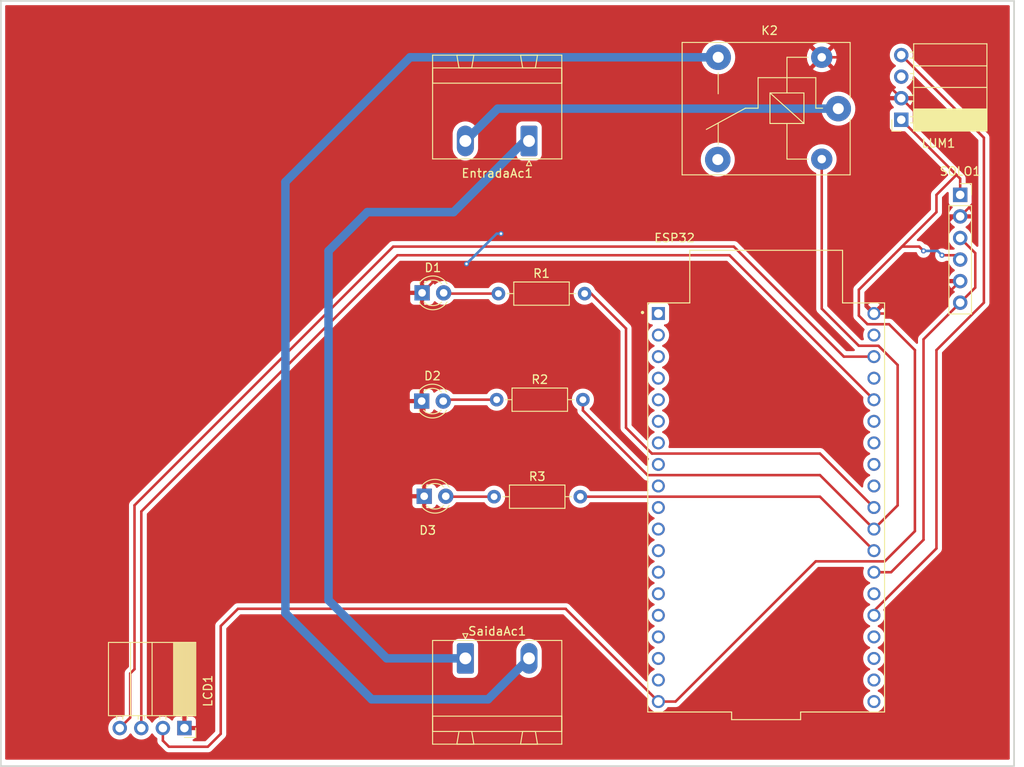
<source format=kicad_pcb>
(kicad_pcb (version 20240108) (generator "pcbnew") (generator_version "8.0")
  (layers (0 "F.Cu" signal) (31 "B.Cu" signal) (34 "B.Paste" user) (35 "F.Paste" user) (36 "B.SilkS" user "B.Silkscreen") (37 "F.SilkS" user "F.Silkscreen") (38 "B.Mask" user) (39 "F.Mask" user) (44 "Edge.Cuts" user))
  (net 0 "")
  (net 1 "GND")
  (net 2 "Net-(D1-A)")
  (net 3 "Net-(D2-A)")
  (net 4 "Net-(D3-A)")
  (net 5 "Earth")
  (net 6 "220V")
  (net 7 "L_AMARE")
  (net 8 "SDA")
  (net 12 "Net-(ESP32-IO2)")
  (net 15 "Net-(ESP32-IO4)")
  (net 20 "L_VERDE")
  (net 30 "VCC")
  (net 35 "SCL")
  (net 40 "L_VERM")
  (net 45 "Net-(SaidaAc1-Pin_2)")
  (footprint "Resistor_THT:R_Axial_DIN0207_L6.3mm_D2.5mm_P10.16mm_Horizontal" (layer "F.Cu") (at 133.604 100.076)
    (property "Reference" "R2" (at 5.08 -2.37 0) (layer "F.SilkS"))
    (property "Value" "450R")
    (fp_line (start 1.04 0) (end 1.81 0) (stroke (width 0.12)) (layer "F.SilkS"))
    (fp_line (start 1.81 -1.37) (end 1.81 1.37) (stroke (width 0.12)) (layer "F.SilkS"))
    (fp_line (start 1.81 1.37) (end 8.35 1.37) (stroke (width 0.12)) (layer "F.SilkS"))
    (fp_line (start 8.35 -1.37) (end 1.81 -1.37) (stroke (width 0.12)) (layer "F.SilkS"))
    (fp_line (start 8.35 1.37) (end 8.35 -1.37) (stroke (width 0.12)) (layer "F.SilkS"))
    (fp_line (start 9.12 0) (end 8.35 0) (stroke (width 0.12)) (layer "F.SilkS"))
    (pad "1" thru_hole circle (at 0 0) (size 1.6 1.6) (drill 0.8) (layers "*.Cu" "*.Mask") (net 3 "Net-(D2-A)"))
    (pad "2" thru_hole oval (at 10.16 0) (size 1.6 1.6) (drill 0.8) (layers "*.Cu" "*.Mask") (net 40 "L_VERM"))
  )
  (footprint "Connector_Phoenix_GMSTB:PhoenixContact_GMSTBA_2,5_2-G_1x02_P7.50mm_Horizontal" (layer "F.Cu") (at 129.914 130.556)
    (property "Reference" "SaidaAc1" (at 3.75 -3.2 0) (layer "F.SilkS"))
    (property "Value" "Conn_01x02_Pin")
    (fp_line (start -3.86 -2.11) (end -3.86 10.11) (stroke (width 0.12)) (layer "F.SilkS"))
    (fp_line (start -3.86 6.81) (end 11.36 6.81) (stroke (width 0.12)) (layer "F.SilkS"))
    (fp_line (start -3.86 8.61) (end -3.86 6.81) (stroke (width 0.12)) (layer "F.SilkS"))
    (fp_line (start -3.86 10.11) (end 11.36 10.11) (stroke (width 0.12)) (layer "F.SilkS"))
    (fp_line (start -1 10.11) (end 1 10.11) (stroke (width 0.12)) (layer "F.SilkS"))
    (fp_line (start -0.75 8.61) (end -1 10.11) (stroke (width 0.12)) (layer "F.SilkS"))
    (fp_line (start -0.3 -2.91) (end 0.3 -2.91) (stroke (width 0.12)) (layer "F.SilkS"))
    (fp_line (start 0 -2.31) (end -0.3 -2.91) (stroke (width 0.12)) (layer "F.SilkS"))
    (fp_line (start 0.3 -2.91) (end 0 -2.31) (stroke (width 0.12)) (layer "F.SilkS"))
    (fp_line (start 0.75 8.61) (end -0.75 8.61) (stroke (width 0.12)) (layer "F.SilkS"))
    (fp_line (start 1 10.11) (end 0.75 8.61) (stroke (width 0.12)) (layer "F.SilkS"))
    (fp_line (start 6.5 10.11) (end 8.5 10.11) (stroke (width 0.12)) (layer "F.SilkS"))
    (fp_line (start 6.75 8.61) (end 6.5 10.11) (stroke (width 0.12)) (layer "F.SilkS"))
    (fp_line (start 8.25 8.61) (end 6.75 8.61) (stroke (width 0.12)) (layer "F.SilkS"))
    (fp_line (start 8.5 10.11) (end 8.25 8.61) (stroke (width 0.12)) (layer "F.SilkS"))
    (fp_line (start 11.36 -2.11) (end -3.86 -2.11) (stroke (width 0.12)) (layer "F.SilkS"))
    (fp_line (start 11.36 6.81) (end 11.36 8.61) (stroke (width 0.12)) (layer "F.SilkS"))
    (fp_line (start 11.36 8.61) (end -3.86 8.61) (stroke (width 0.12)) (layer "F.SilkS"))
    (fp_line (start 11.36 10.11) (end 11.36 -2.11) (stroke (width 0.12)) (layer "F.SilkS"))
    (pad "1" thru_hole roundrect (at 0 0) (size 2 3.6) (drill 1.4) (layers "*.Cu" "*.Mask") (roundrect_rratio 0.125) (net 5 "Earth"))
    (pad "2" thru_hole oval (at 7.5 0) (size 2 3.6) (drill 1.4) (layers "*.Cu" "*.Mask") (net 45 "Net-(SaidaAc1-Pin_2)"))
  )
  (footprint "Connector_Phoenix_GMSTB:PhoenixContact_GMSTBA_2,5_2-G_1x02_P7.50mm_Horizontal" (layer "F.Cu") (at 137.414 69.596 180)
    (property "Reference" "EntradaAc1" (at 3.75 -3.81 0) (layer "F.SilkS"))
    (property "Value" "Conn_01x02_Pin")
    (fp_line (start 11.36 10.11) (end 11.36 -2.11) (stroke (width 0.12)) (layer "F.SilkS"))
    (fp_line (start 11.36 8.61) (end -3.86 8.61) (stroke (width 0.12)) (layer "F.SilkS"))
    (fp_line (start 11.36 6.81) (end 11.36 8.61) (stroke (width 0.12)) (layer "F.SilkS"))
    (fp_line (start 11.36 -2.11) (end -3.86 -2.11) (stroke (width 0.12)) (layer "F.SilkS"))
    (fp_line (start 8.5 10.11) (end 8.25 8.61) (stroke (width 0.12)) (layer "F.SilkS"))
    (fp_line (start 8.25 8.61) (end 6.75 8.61) (stroke (width 0.12)) (layer "F.SilkS"))
    (fp_line (start 6.75 8.61) (end 6.5 10.11) (stroke (width 0.12)) (layer "F.SilkS"))
    (fp_line (start 6.5 10.11) (end 8.5 10.11) (stroke (width 0.12)) (layer "F.SilkS"))
    (fp_line (start 1 10.11) (end 0.75 8.61) (stroke (width 0.12)) (layer "F.SilkS"))
    (fp_line (start 0.75 8.61) (end -0.75 8.61) (stroke (width 0.12)) (layer "F.SilkS"))
    (fp_line (start 0.3 -2.91) (end 0 -2.31) (stroke (width 0.12)) (layer "F.SilkS"))
    (fp_line (start 0 -2.31) (end -0.3 -2.91) (stroke (width 0.12)) (layer "F.SilkS"))
    (fp_line (start -0.3 -2.91) (end 0.3 -2.91) (stroke (width 0.12)) (layer "F.SilkS"))
    (fp_line (start -0.75 8.61) (end -1 10.11) (stroke (width 0.12)) (layer "F.SilkS"))
    (fp_line (start -1 10.11) (end 1 10.11) (stroke (width 0.12)) (layer "F.SilkS"))
    (fp_line (start -3.86 10.11) (end 11.36 10.11) (stroke (width 0.12)) (layer "F.SilkS"))
    (fp_line (start -3.86 8.61) (end -3.86 6.81) (stroke (width 0.12)) (layer "F.SilkS"))
    (fp_line (start -3.86 6.81) (end 11.36 6.81) (stroke (width 0.12)) (layer "F.SilkS"))
    (fp_line (start -3.86 -2.11) (end -3.86 10.11) (stroke (width 0.12)) (layer "F.SilkS"))
    (pad "1" thru_hole roundrect (at 0 0 180) (size 2 3.6) (drill 1.4) (layers "*.Cu" "*.Mask") (roundrect_rratio 0.125) (net 5 "Earth"))
    (pad "2" thru_hole oval (at 7.5 0 180) (size 2 3.6) (drill 1.4) (layers "*.Cu" "*.Mask") (net 6 "220V"))
  )
  (footprint "Connector_PinSocket_2.54mm:PinSocket_1x06_P2.54mm_Vertical" (layer "F.Cu") (at 188.214 75.946)
    (property "Reference" "SOLO1" (at 0 -2.77 0) (layer "F.SilkS"))
    (property "Value" "Conn_01x06_Socket")
    (fp_line (start -1.33 1.27) (end -1.33 14.03) (stroke (width 0.12)) (layer "F.SilkS"))
    (fp_line (start -1.33 1.27) (end 1.33 1.27) (stroke (width 0.12)) (layer "F.SilkS"))
    (fp_line (start -1.33 14.03) (end 1.33 14.03) (stroke (width 0.12)) (layer "F.SilkS"))
    (fp_line (start 0 -1.33) (end 1.33 -1.33) (stroke (width 0.12)) (layer "F.SilkS"))
    (fp_line (start 1.33 -1.33) (end 1.33 0) (stroke (width 0.12)) (layer "F.SilkS"))
    (fp_line (start 1.33 1.27) (end 1.33 14.03) (stroke (width 0.12)) (layer "F.SilkS"))
    (pad "1" thru_hole rect (at 0 0) (size 1.7 1.7) (drill 1) (layers "*.Cu" "*.Mask") (net 30 "VCC"))
    (pad "2" thru_hole oval (at 0 2.54) (size 1.7 1.7) (drill 1) (layers "*.Cu" "*.Mask") (net 1 "GND"))
    (pad "3" thru_hole oval (at 0 5.08) (size 1.7 1.7) (drill 1) (layers "*.Cu" "*.Mask") (net 15 "Net-(ESP32-IO4)"))
    (pad "4" thru_hole oval (at 0 7.62) (size 1.7 1.7) (drill 1) (layers "*.Cu" "*.Mask") (net 30 "VCC"))
    (pad "5" thru_hole oval (at 0 10.16) (size 1.7 1.7) (drill 1) (layers "*.Cu" "*.Mask") (net 1 "GND"))
    (pad "6" thru_hole oval (at 0 12.7) (size 1.7 1.7) (drill 1) (layers "*.Cu" "*.Mask") (net 15 "Net-(ESP32-IO4)"))
  )
  (footprint "Connector_PinSocket_2.54mm:PinSocket_1x04_P2.54mm_Horizontal" (layer "F.Cu") (at 181.274 67.096 180)
    (property "Reference" "LUM1" (at -4.38 -2.77 0) (layer "F.SilkS"))
    (property "Value" "Conn_01x04_Socket")
    (fp_line (start 1.11 -1.33) (end 1.11 0) (stroke (width 0.12)) (layer "F.SilkS"))
    (fp_line (start 0 -1.33) (end 1.11 -1.33) (stroke (width 0.12)) (layer "F.SilkS"))
    (fp_line (start -1.46 7.98) (end -1.05 7.98) (stroke (width 0.12)) (layer "F.SilkS"))
    (fp_line (start -1.46 7.26) (end -1.05 7.26) (stroke (width 0.12)) (layer "F.SilkS"))
    (fp_line (start -1.46 5.44) (end -1.05 5.44) (stroke (width 0.12)) (layer "F.SilkS"))
    (fp_line (start -1.46 4.72) (end -1.05 4.72) (stroke (width 0.12)) (layer "F.SilkS"))
    (fp_line (start -1.46 2.9) (end -1.05 2.9) (stroke (width 0.12)) (layer "F.SilkS"))
    (fp_line (start -1.46 2.18) (end -1.05 2.18) (stroke (width 0.12)) (layer "F.SilkS"))
    (fp_line (start -1.46 0.36) (end -1.11 0.36) (stroke (width 0.12)) (layer "F.SilkS"))
    (fp_line (start -1.46 -0.36) (end -1.11 -0.36) (stroke (width 0.12)) (layer "F.SilkS"))
    (fp_line (start -1.46 -1.33) (end -1.46 8.95) (stroke (width 0.12)) (layer "F.SilkS"))
    (fp_line (start -10.09 8.95) (end -1.46 8.95) (stroke (width 0.12)) (layer "F.SilkS"))
    (fp_line (start -10.09 6.35) (end -1.46 6.35) (stroke (width 0.12)) (layer "F.SilkS"))
    (fp_line (start -10.09 3.81) (end -1.46 3.81) (stroke (width 0.12)) (layer "F.SilkS"))
    (fp_line (start -10.09 1.27) (end -1.46 1.27) (stroke (width 0.12)) (layer "F.SilkS"))
    (fp_line (start -10.09 1.1519) (end -1.46 1.1519) (stroke (width 0.12)) (layer "F.SilkS"))
    (fp_line (start -10.09 1.033805) (end -1.46 1.033805) (stroke (width 0.12)) (layer "F.SilkS"))
    (fp_line (start -10.09 0.91571) (end -1.46 0.91571) (stroke (width 0.12)) (layer "F.SilkS"))
    (fp_line (start -10.09 0.797615) (end -1.46 0.797615) (stroke (width 0.12)) (layer "F.SilkS"))
    (fp_line (start -10.09 0.67952) (end -1.46 0.67952) (stroke (width 0.12)) (layer "F.SilkS"))
    (fp_line (start -10.09 0.561425) (end -1.46 0.561425) (stroke (width 0.12)) (layer "F.SilkS"))
    (fp_line (start -10.09 0.44333) (end -1.46 0.44333) (stroke (width 0.12)) (layer "F.SilkS"))
    (fp_line (start -10.09 0.325235) (end -1.46 0.325235) (stroke (width 0.12)) (layer "F.SilkS"))
    (fp_line (start -10.09 0.20714) (end -1.46 0.20714) (stroke (width 0.12)) (layer "F.SilkS"))
    (fp_line (start -10.09 0.089045) (end -1.46 0.089045) (stroke (width 0.12)) (layer "F.SilkS"))
    (fp_line (start -10.09 -0.02905) (end -1.46 -0.02905) (stroke (width 0.12)) (layer "F.SilkS"))
    (fp_line (start -10.09 -0.147145) (end -1.46 -0.147145) (stroke (width 0.12)) (layer "F.SilkS"))
    (fp_line (start -10.09 -0.26524) (end -1.46 -0.26524) (stroke (width 0.12)) (layer "F.SilkS"))
    (fp_line (start -10.09 -0.383335) (end -1.46 -0.383335) (stroke (width 0.12)) (layer "F.SilkS"))
    (fp_line (start -10.09 -0.50143) (end -1.46 -0.50143) (stroke (width 0.12)) (layer "F.SilkS"))
    (fp_line (start -10.09 -0.619525) (end -1.46 -0.619525) (stroke (width 0.12)) (layer "F.SilkS"))
    (fp_line (start -10.09 -0.73762) (end -1.46 -0.73762) (stroke (width 0.12)) (layer "F.SilkS"))
    (fp_line (start -10.09 -0.855715) (end -1.46 -0.855715) (stroke (width 0.12)) (layer "F.SilkS"))
    (fp_line (start -10.09 -0.97381) (end -1.46 -0.97381) (stroke (width 0.12)) (layer "F.SilkS"))
    (fp_line (start -10.09 -1.091905) (end -1.46 -1.091905) (stroke (width 0.12)) (layer "F.SilkS"))
    (fp_line (start -10.09 -1.21) (end -1.46 -1.21) (stroke (width 0.12)) (layer "F.SilkS"))
    (fp_line (start -10.09 -1.33) (end -1.46 -1.33) (stroke (width 0.12)) (layer "F.SilkS"))
    (fp_line (start -10.09 -1.33) (end -10.09 8.95) (stroke (width 0.12)) (layer "F.SilkS"))
    (pad "1" thru_hole rect (at 0 0 180) (size 1.7 1.7) (drill 1) (layers "*.Cu" "*.Mask") (net 30 "VCC"))
    (pad "2" thru_hole oval (at 0 2.54 180) (size 1.7 1.7) (drill 1) (layers "*.Cu" "*.Mask") (net 1 "GND"))
    (pad "3" thru_hole oval (at 0 5.08 180) (size 1.7 1.7) (drill 1) (layers "*.Cu" "*.Mask"))
    (pad "4" thru_hole oval (at 0 7.62 180) (size 1.7 1.7) (drill 1) (layers "*.Cu" "*.Mask") (net 12 "Net-(ESP32-IO2)"))
  )
  (footprint "LED_THT:LED_D3.0mm" (layer "F.Cu") (at 125.0646 111.4552)
    (property "Reference" "D3" (at 0.4114 4.0132 0) (layer "F.SilkS"))
    (property "Value" "AMARE")
    (fp_line (start -0.29 -1.236) (end -0.29 -1.08) (stroke (width 0.12)) (layer "F.SilkS"))
    (fp_line (start -0.29 1.08) (end -0.29 1.236) (stroke (width 0.12)) (layer "F.SilkS"))
    (fp_arc (start -0.29 -1.235516) (mid 1.366487 -1.987659) (end 2.942335 -1.078608) (stroke (width 0.12)) (layer "F.SilkS"))
    (fp_arc (start 0.229039 -1.08) (mid 1.270117 -1.5) (end 2.31113 -1.079837) (stroke (width 0.12)) (layer "F.SilkS"))
    (fp_arc (start 2.31113 1.079837) (mid 1.270117 1.5) (end 0.229039 1.08) (stroke (width 0.12)) (layer "F.SilkS"))
    (fp_arc (start 2.942335 1.078608) (mid 1.366487 1.987659) (end -0.29 1.235516) (stroke (width 0.12)) (layer "F.SilkS"))
    (pad "1" thru_hole rect (at 0 0) (size 1.8 1.8) (drill 0.9) (layers "*.Cu" "*.Mask") (net 1 "GND"))
    (pad "2" thru_hole circle (at 2.54 0) (size 1.8 1.8) (drill 0.9) (layers "*.Cu" "*.Mask") (net 4 "Net-(D3-A)"))
  )
  (footprint "LED_THT:LED_D3.0mm" (layer "F.Cu") (at 124.7648 100.242)
    (property "Reference" "D2" (at 1.27 -2.96 0) (layer "F.SilkS"))
    (property "Value" "VERM")
    (fp_line (start -0.29 -1.236) (end -0.29 -1.08) (stroke (width 0.12)) (layer "F.SilkS"))
    (fp_line (start -0.29 1.08) (end -0.29 1.236) (stroke (width 0.12)) (layer "F.SilkS"))
    (fp_arc (start -0.29 -1.235516) (mid 1.366487 -1.987659) (end 2.942335 -1.078608) (stroke (width 0.12)) (layer "F.SilkS"))
    (fp_arc (start 0.229039 -1.08) (mid 1.270117 -1.5) (end 2.31113 -1.079837) (stroke (width 0.12)) (layer "F.SilkS"))
    (fp_arc (start 2.31113 1.079837) (mid 1.270117 1.5) (end 0.229039 1.08) (stroke (width 0.12)) (layer "F.SilkS"))
    (fp_arc (start 2.942335 1.078608) (mid 1.366487 1.987659) (end -0.29 1.235516) (stroke (width 0.12)) (layer "F.SilkS"))
    (pad "1" thru_hole rect (at 0 0) (size 1.8 1.8) (drill 0.9) (layers "*.Cu" "*.Mask") (net 1 "GND"))
    (pad "2" thru_hole circle (at 2.54 0) (size 1.8 1.8) (drill 0.9) (layers "*.Cu" "*.Mask") (net 3 "Net-(D2-A)"))
  )
  (footprint "Connector_PinSocket_2.54mm:PinSocket_1x04_P2.54mm_Horizontal" (layer "F.Cu") (at 96.814 138.766 -90)
    (property "Reference" "LCD1" (at -4.38 -2.77 90) (layer "F.SilkS"))
    (property "Value" "Conn_01x04_Socket")
    (fp_line (start -10.09 8.95) (end -1.46 8.95) (stroke (width 0.12)) (layer "F.SilkS"))
    (fp_line (start -1.46 7.98) (end -1.05 7.98) (stroke (width 0.12)) (layer "F.SilkS"))
    (fp_line (start -1.46 7.26) (end -1.05 7.26) (stroke (width 0.12)) (layer "F.SilkS"))
    (fp_line (start -10.09 6.35) (end -1.46 6.35) (stroke (width 0.12)) (layer "F.SilkS"))
    (fp_line (start -1.46 5.44) (end -1.05 5.44) (stroke (width 0.12)) (layer "F.SilkS"))
    (fp_line (start -1.46 4.72) (end -1.05 4.72) (stroke (width 0.12)) (layer "F.SilkS"))
    (fp_line (start -10.09 3.81) (end -1.46 3.81) (stroke (width 0.12)) (layer "F.SilkS"))
    (fp_line (start -1.46 2.9) (end -1.05 2.9) (stroke (width 0.12)) (layer "F.SilkS"))
    (fp_line (start -1.46 2.18) (end -1.05 2.18) (stroke (width 0.12)) (layer "F.SilkS"))
    (fp_line (start -10.09 1.27) (end -1.46 1.27) (stroke (width 0.12)) (layer "F.SilkS"))
    (fp_line (start -10.09 1.1519) (end -1.46 1.1519) (stroke (width 0.12)) (layer "F.SilkS"))
    (fp_line (start -10.09 1.033805) (end -1.46 1.033805) (stroke (width 0.12)) (layer "F.SilkS"))
    (fp_line (start -10.09 0.91571) (end -1.46 0.91571) (stroke (width 0.12)) (layer "F.SilkS"))
    (fp_line (start -10.09 0.797615) (end -1.46 0.797615) (stroke (width 0.12)) (layer "F.SilkS"))
    (fp_line (start -10.09 0.67952) (end -1.46 0.67952) (stroke (width 0.12)) (layer "F.SilkS"))
    (fp_line (start -10.09 0.561425) (end -1.46 0.561425) (stroke (width 0.12)) (layer "F.SilkS"))
    (fp_line (start -10.09 0.44333) (end -1.46 0.44333) (stroke (width 0.12)) (layer "F.SilkS"))
    (fp_line (start -1.46 0.36) (end -1.11 0.36) (stroke (width 0.12)) (layer "F.SilkS"))
    (fp_line (start -10.09 0.325235) (end -1.46 0.325235) (stroke (width 0.12)) (layer "F.SilkS"))
    (fp_line (start -10.09 0.20714) (end -1.46 0.20714) (stroke (width 0.12)) (layer "F.SilkS"))
    (fp_line (start -10.09 0.089045) (end -1.46 0.089045) (stroke (width 0.12)) (layer "F.SilkS"))
    (fp_line (start -10.09 -0.02905) (end -1.46 -0.02905) (stroke (width 0.12)) (layer "F.SilkS"))
    (fp_line (start -10.09 -0.147145) (end -1.46 -0.147145) (stroke (width 0.12)) (layer "F.SilkS"))
    (fp_line (start -10.09 -0.26524) (end -1.46 -0.26524) (stroke (width 0.12)) (layer "F.SilkS"))
    (fp_line (start -1.46 -0.36) (end -1.11 -0.36) (stroke (width 0.12)) (layer "F.SilkS"))
    (fp_line (start -10.09 -0.383335) (end -1.46 -0.383335) (stroke (width 0.12)) (layer "F.SilkS"))
    (fp_line (start -10.09 -0.50143) (end -1.46 -0.50143) (stroke (width 0.12)) (layer "F.SilkS"))
    (fp_line (start -10.09 -0.619525) (end -1.46 -0.619525) (stroke (width 0.12)) (layer "F.SilkS"))
    (fp_line (start -10.09 -0.73762) (end -1.46 -0.73762) (stroke (width 0.12)) (layer "F.SilkS"))
    (fp_line (start -10.09 -0.855715) (end -1.46 -0.855715) (stroke (width 0.12)) (layer "F.SilkS"))
    (fp_line (start -10.09 -0.97381) (end -1.46 -0.97381) (stroke (width 0.12)) (layer "F.SilkS"))
    (fp_line (start -10.09 -1.091905) (end -1.46 -1.091905) (stroke (width 0.12)) (layer "F.SilkS"))
    (fp_line (start -10.09 -1.21) (end -1.46 -1.21) (stroke (width 0.12)) (layer "F.SilkS"))
    (fp_line (start -10.09 -1.33) (end -10.09 8.95) (stroke (width 0.12)) (layer "F.SilkS"))
    (fp_line (start -10.09 -1.33) (end -1.46 -1.33) (stroke (width 0.12)) (layer "F.SilkS"))
    (fp_line (start -1.46 -1.33) (end -1.46 8.95) (stroke (width 0.12)) (layer "F.SilkS"))
    (fp_line (start 0 -1.33) (end 1.11 -1.33) (stroke (width 0.12)) (layer "F.SilkS"))
    (fp_line (start 1.11 -1.33) (end 1.11 0) (stroke (width 0.12)) (layer "F.SilkS"))
    (pad "1" thru_hole rect (at 0 0 270) (size 1.7 1.7) (drill 1) (layers "*.Cu" "*.Mask") (net 1 "GND"))
    (pad "2" thru_hole oval (at 0 2.54 270) (size 1.7 1.7) (drill 1) (layers "*.Cu" "*.Mask") (net 30 "VCC"))
    (pad "3" thru_hole oval (at 0 5.08 270) (size 1.7 1.7) (drill 1) (layers "*.Cu" "*.Mask") (net 8 "SDA"))
    (pad "4" thru_hole oval (at 0 7.62 270) (size 1.7 1.7) (drill 1) (layers "*.Cu" "*.Mask") (net 35 "SCL"))
  )
  (footprint "baixados:MODULE_DEVKIT_V1_ESP32-WROOM-32" (layer "F.Cu") (at 165.354 112.776)
    (property "Reference" "ESP32" (at -10.795 -31.75 0) (layer "F.SilkS"))
    (property "Value" "DEVKIT_V1_ESP32-WROOM-32")
    (fp_line (start -13.95 -24.1) (end -13.95 24.1) (stroke (width 0.127)) (layer "F.SilkS"))
    (fp_line (start -13.95 24.1) (end -4.07 24.1) (stroke (width 0.127)) (layer "F.SilkS"))
    (fp_line (start -9 -30.3) (end 9 -30.3) (stroke (width 0.127)) (layer "F.SilkS"))
    (fp_line (start -9 -24.1) (end -13.95 -24.1) (stroke (width 0.127)) (layer "F.SilkS"))
    (fp_line (start -9 -24.1) (end -9 -30.3) (stroke (width 0.127)) (layer "F.SilkS"))
    (fp_line (start -4.07 24.1) (end -4.07 25) (stroke (width 0.127)) (layer "F.SilkS"))
    (fp_line (start -4.07 25) (end 4.06 25) (stroke (width 0.127)) (layer "F.SilkS"))
    (fp_line (start 4.06 24.1) (end 13.95 24.1) (stroke (width 0.127)) (layer "F.SilkS"))
    (fp_line (start 4.06 25) (end 4.06 24.1) (stroke (width 0.127)) (layer "F.SilkS"))
    (fp_line (start 9 -30.3) (end 9 -24.1) (stroke (width 0.127)) (layer "F.SilkS"))
    (fp_line (start 13.95 -24.1) (end 9 -24.1) (stroke (width 0.127)) (layer "F.SilkS"))
    (fp_line (start 13.95 24.1) (end 13.95 -24.1) (stroke (width 0.127)) (layer "F.SilkS"))
    (fp_circle (center -14.57 -22.97) (end -14.47 -22.97) (stroke (width 0.2)) (fill none) (layer "F.SilkS"))
    (pad "1" thru_hole rect (at -12.7 -22.85) (size 1.53 1.53) (drill 1.02) (layers "*.Cu" "*.Mask"))
    (pad "2" thru_hole circle (at -12.7 -20.31) (size 1.53 1.53) (drill 1.02) (layers "*.Cu" "*.Mask"))
    (pad "3" thru_hole circle (at -12.7 -17.77) (size 1.53 1.53) (drill 1.02) (layers "*.Cu" "*.Mask"))
    (pad "4" thru_hole circle (at -12.7 -15.23) (size 1.53 1.53) (drill 1.02) (layers "*.Cu" "*.Mask"))
    (pad "5" thru_hole circle (at -12.7 -12.69) (size 1.53 1.53) (drill 1.02) (layers "*.Cu" "*.Mask"))
    (pad "6" thru_hole circle (at -12.7 -10.15) (size 1.53 1.53) (drill 1.02) (layers "*.Cu" "*.Mask"))
    (pad "7" thru_hole circle (at -12.7 -7.61) (size 1.53 1.53) (drill 1.02) (layers "*.Cu" "*.Mask"))
    (pad "8" thru_hole circle (at -12.7 -5.07) (size 1.53 1.53) (drill 1.02) (layers "*.Cu" "*.Mask"))
    (pad "9" thru_hole circle (at -12.7 -2.53) (size 1.53 1.53) (drill 1.02) (layers "*.Cu" "*.Mask"))
    (pad "10" thru_hole circle (at -12.7 0.01) (size 1.53 1.53) (drill 1.02) (layers "*.Cu" "*.Mask"))
    (pad "11" thru_hole circle (at -12.7 2.55) (size 1.53 1.53) (drill 1.02) (layers "*.Cu" "*.Mask"))
    (pad "12" thru_hole circle (at -12.7 5.09) (size 1.53 1.53) (drill 1.02) (layers "*.Cu" "*.Mask"))
    (pad "13" thru_hole circle (at -12.7 7.63) (size 1.53 1.53) (drill 1.02) (layers "*.Cu" "*.Mask"))
    (pad "14" thru_hole circle (at -12.7 10.17) (size 1.53 1.53) (drill 1.02) (layers "*.Cu" "*.Mask"))
    (pad "15" thru_hole circle (at -12.7 12.71) (size 1.53 1.53) (drill 1.02) (layers "*.Cu" "*.Mask"))
    (pad "16" thru_hole circle (at -12.7 15.25) (size 1.53 1.53) (drill 1.02) (layers "*.Cu" "*.Mask"))
    (pad "17" thru_hole circle (at -12.7 17.79) (size 1.53 1.53) (drill 1.02) (layers "*.Cu" "*.Mask"))
    (pad "18" thru_hole circle (at -12.7 20.33) (size 1.53 1.53) (drill 1.02) (layers "*.Cu" "*.Mask"))
    (pad "19" thru_hole circle (at -12.7 22.87) (size 1.53 1.53) (drill 1.02) (layers "*.Cu" "*.Mask") (net 30 "VCC"))
    (pad "20" thru_hole circle (at 12.7 22.87) (size 1.53 1.53) (drill 1.02) (layers "*.Cu" "*.Mask"))
    (pad "21" thru_hole circle (at 12.7 20.33) (size 1.53 1.53) (drill 1.02) (layers "*.Cu" "*.Mask"))
    (pad "22" thru_hole circle (at 12.7 17.79) (size 1.53 1.53) (drill 1.02) (layers "*.Cu" "*.Mask"))
    (pad "23" thru_hole circle (at 12.7 15.25) (size 1.53 1.53) (drill 1.02) (layers "*.Cu" "*.Mask"))
    (pad "24" thru_hole circle (at 12.7 12.71) (size 1.53 1.53) (drill 1.02) (layers "*.Cu" "*.Mask") (net 12 "Net-(ESP32-IO2)"))
    (pad "25" thru_hole circle (at 12.7 10.17) (size 1.53 1.53) (drill 1.02) (layers "*.Cu" "*.Mask"))
    (pad "26" thru_hole circle (at 12.7 7.63) (size 1.53 1.53) (drill 1.02) (layers "*.Cu" "*.Mask") (net 15 "Net-(ESP32-IO4)"))
    (pad "27" thru_hole circle (at 12.7 5.09) (size 1.53 1.53) (drill 1.02) (layers "*.Cu" "*.Mask") (net 7 "L_AMARE"))
    (pad "28" thru_hole circle (at 12.7 2.55) (size 1.53 1.53) (drill 1.02) (layers "*.Cu" "*.Mask") (net 40 "L_VERM"))
    (pad "29" thru_hole circle (at 12.7 0.01) (size 1.53 1.53) (drill 1.02) (layers "*.Cu" "*.Mask") (net 20 "L_VERDE"))
    (pad "30" thru_hole circle (at 12.7 -2.53) (size 1.53 1.53) (drill 1.02) (layers "*.Cu" "*.Mask"))
    (pad "31" thru_hole circle (at 12.7 -5.07) (size 1.53 1.53) (drill 1.02) (layers "*.Cu" "*.Mask"))
    (pad "32" thru_hole circle (at 12.7 -7.61) (size 1.53 1.53) (drill 1.02) (layers "*.Cu" "*.Mask"))
    (pad "33" thru_hole circle (at 12.7 -10.15) (size 1.53 1.53) (drill 1.02) (layers "*.Cu" "*.Mask"))
    (pad "34" thru_hole circle (at 12.7 -12.69) (size 1.53 1.53) (drill 1.02) (layers "*.Cu" "*.Mask") (net 8 "SDA"))
    (pad "35" thru_hole circle (at 12.7 -15.23) (size 1.53 1.53) (drill 1.02) (layers "*.Cu" "*.Mask"))
    (pad "36" thru_hole circle (at 12.7 -17.77) (size 1.53 1.53) (drill 1.02) (layers "*.Cu" "*.Mask") (net 35 "SCL"))
    (pad "37" thru_hole circle (at 12.7 -20.31) (size 1.53 1.53) (drill 1.02) (layers "*.Cu" "*.Mask"))
    (pad "38" thru_hole circle (at 12.7 -22.85) (size 1.53 1.53) (drill 1.02) (layers "*.Cu" "*.Mask") (net 1 "GND"))
  )
  (footprint "Resistor_THT:R_Axial_DIN0207_L6.3mm_D2.5mm_P10.16mm_Horizontal" (layer "F.Cu") (at 133.8072 87.5792)
    (property "Reference" "R1" (at 5.08 -2.37 0) (layer "F.SilkS"))
    (property "Value" "450R")
    (fp_line (start 1.04 0) (end 1.81 0) (stroke (width 0.12)) (layer "F.SilkS"))
    (fp_line (start 1.81 -1.37) (end 1.81 1.37) (stroke (width 0.12)) (layer "F.SilkS"))
    (fp_line (start 1.81 1.37) (end 8.35 1.37) (stroke (width 0.12)) (layer "F.SilkS"))
    (fp_line (start 8.35 -1.37) (end 1.81 -1.37) (stroke (width 0.12)) (layer "F.SilkS"))
    (fp_line (start 8.35 1.37) (end 8.35 -1.37) (stroke (width 0.12)) (layer "F.SilkS"))
    (fp_line (start 9.12 0) (end 8.35 0) (stroke (width 0.12)) (layer "F.SilkS"))
    (pad "1" thru_hole circle (at 0 0) (size 1.6 1.6) (drill 0.8) (layers "*.Cu" "*.Mask") (net 2 "Net-(D1-A)"))
    (pad "2" thru_hole oval (at 10.16 0) (size 1.6 1.6) (drill 0.8) (layers "*.Cu" "*.Mask") (net 20 "L_VERDE"))
  )
  (footprint "LED_THT:LED_D3.0mm" (layer "F.Cu") (at 124.8156 87.4912)
    (property "Reference" "D1" (at 1.27 -2.96 0) (layer "F.SilkS"))
    (property "Value" "VERDE")
    (fp_line (start -0.29 -1.236) (end -0.29 -1.08) (stroke (width 0.12)) (layer "F.SilkS"))
    (fp_line (start -0.29 1.08) (end -0.29 1.236) (stroke (width 0.12)) (layer "F.SilkS"))
    (fp_arc (start -0.29 -1.235516) (mid 1.366487 -1.987659) (end 2.942335 -1.078608) (stroke (width 0.12)) (layer "F.SilkS"))
    (fp_arc (start 0.229039 -1.08) (mid 1.270117 -1.5) (end 2.31113 -1.079837) (stroke (width 0.12)) (layer "F.SilkS"))
    (fp_arc (start 2.31113 1.079837) (mid 1.270117 1.5) (end 0.229039 1.08) (stroke (width 0.12)) (layer "F.SilkS"))
    (fp_arc (start 2.942335 1.078608) (mid 1.366487 1.987659) (end -0.29 1.235516) (stroke (width 0.12)) (layer "F.SilkS"))
    (pad "1" thru_hole rect (at 0 0) (size 1.8 1.8) (drill 0.9) (layers "*.Cu" "*.Mask") (net 1 "GND"))
    (pad "2" thru_hole circle (at 2.54 0) (size 1.8 1.8) (drill 0.9) (layers "*.Cu" "*.Mask") (net 2 "Net-(D1-A)"))
  )
  (footprint "Relay_THT:Relay_SPDT_SANYOU_SRD_Series_Form_C" (layer "F.Cu") (at 173.854 65.786 180)
    (property "Reference" "K2" (at 8.1 9.2 0) (layer "F.SilkS"))
    (property "Value" "SANYOU_SRD_Form_C")
    (fp_line (start 18.4 7.8) (end -1.4 7.8) (stroke (width 0.12)) (layer "F.SilkS"))
    (fp_line (start 18.4 -7.8) (end 18.4 7.8) (stroke (width 0.12)) (layer "F.SilkS"))
    (fp_line (start 14.15 4.2) (end 14.15 1.75) (stroke (width 0.12)) (layer "F.SilkS"))
    (fp_line (start 14.15 -4.2) (end 14.15 -1.7) (stroke (width 0.12)) (layer "F.SilkS"))
    (fp_line (start 10.95 0.05) (end 15.55 -2.45) (stroke (width 0.12)) (layer "F.SilkS"))
    (fp_line (start 9.45 3.65) (end 2.65 3.65) (stroke (width 0.12)) (layer "F.SilkS"))
    (fp_line (start 9.45 0.05) (end 10.95 0.05) (stroke (width 0.12)) (layer "F.SilkS"))
    (fp_line (start 9.45 0.05) (end 9.45 3.65) (stroke (width 0.12)) (layer "F.SilkS"))
    (fp_line (start 8.05 1.85) (end 4.05 1.85) (stroke (width 0.12)) (layer "F.SilkS"))
    (fp_line (start 8.05 1.85) (end 4.05 -1.75) (stroke (width 0.12)) (layer "F.SilkS"))
    (fp_line (start 8.05 -1.75) (end 8.05 1.85) (stroke (width 0.12)) (layer "F.SilkS"))
    (fp_line (start 6.05 1.85) (end 6.05 6.05) (stroke (width 0.12)) (layer "F.SilkS"))
    (fp_line (start 6.05 -5.95) (end 6.05 -1.75) (stroke (width 0.12)) (layer "F.SilkS"))
    (fp_line (start 6.05 -5.95) (end 3.55 -5.95) (stroke (width 0.12)) (layer "F.SilkS"))
    (fp_line (start 4.05 1.85) (end 4.05 -1.75) (stroke (width 0.12)) (layer "F.SilkS"))
    (fp_line (start 4.05 -1.75) (end 8.05 -1.75) (stroke (width 0.12)) (layer "F.SilkS"))
    (fp_line (start 3.55 6.05) (end 6.05 6.05) (stroke (width 0.12)) (layer "F.SilkS"))
    (fp_line (start 2.65 0.05) (end 2.65 3.65) (stroke (width 0.12)) (layer "F.SilkS"))
    (fp_line (start 2.65 0.05) (end 1.85 0.05) (stroke (width 0.12)) (layer "F.SilkS"))
    (fp_line (start -1.4 1.2) (end -1.4 7.8) (stroke (width 0.12)) (layer "F.SilkS"))
    (fp_line (start -1.4 -7.8) (end 18.4 -7.8) (stroke (width 0.12)) (layer "F.SilkS"))
    (fp_line (start -1.4 -7.8) (end -1.4 -1.2) (stroke (width 0.12)) (layer "F.SilkS"))
    (pad "1" thru_hole circle (at 0 0 270) (size 3 3) (drill 1.3) (layers "*.Cu" "*.Mask") (net 6 "220V"))
    (pad "2" thru_hole circle (at 1.95 6.05 270) (size 2.5 2.5) (drill 1) (layers "*.Cu" "*.Mask") (net 1 "GND"))
    (pad "3" thru_hole circle (at 14.15 6.05 270) (size 3 3) (drill 1.3) (layers "*.Cu" "*.Mask") (net 45 "Net-(SaidaAc1-Pin_2)"))
    (pad "4" thru_hole circle (at 14.2 -6 270) (size 3 3) (drill 1.3) (layers "*.Cu" "*.Mask"))
    (pad "5" thru_hole circle (at 1.95 -5.95 270) (size 2.5 2.5) (drill 1) (layers "*.Cu" "*.Mask") (net 40 "L_VERM"))
  )
  (footprint "Resistor_THT:R_Axial_DIN0207_L6.3mm_D2.5mm_P10.16mm_Horizontal" (layer "F.Cu") (at 133.2992 111.506)
    (property "Reference" "R3" (at 5.08 -2.37 0) (layer "F.SilkS"))
    (property "Value" "450R")
    (fp_line (start 1.04 0) (end 1.81 0) (stroke (width 0.12)) (layer "F.SilkS"))
    (fp_line (start 1.81 -1.37) (end 1.81 1.37) (stroke (width 0.12)) (layer "F.SilkS"))
    (fp_line (start 1.81 1.37) (end 8.35 1.37) (stroke (width 0.12)) (layer "F.SilkS"))
    (fp_line (start 8.35 -1.37) (end 1.81 -1.37) (stroke (width 0.12)) (layer "F.SilkS"))
    (fp_line (start 8.35 1.37) (end 8.35 -1.37) (stroke (width 0.12)) (layer "F.SilkS"))
    (fp_line (start 9.12 0) (end 8.35 0) (stroke (width 0.12)) (layer "F.SilkS"))
    (pad "1" thru_hole circle (at 0 0) (size 1.6 1.6) (drill 0.8) (layers "*.Cu" "*.Mask") (net 4 "Net-(D3-A)"))
    (pad "2" thru_hole oval (at 10.16 0) (size 1.6 1.6) (drill 0.8) (layers "*.Cu" "*.Mask") (net 7 "L_AMARE"))
  )
  (gr_rect (start 75.184 53.086) (end 194.564 143.256) (stroke (width 0.2)) (fill none) (layer "Edge.Cuts"))
  (segment (start 96.814 124.928) (end 110.2868 111.4552) (width 0.3) (layer "F.Cu") (net 1))
  (segment (start 181.274 64.556) (end 176.454 59.736) (width 0.3) (layer "F.Cu") (net 1))
  (segment (start 171.904 59.736) (end 168.81 56.642) (width 0.3) (layer "F.Cu") (net 1))
  (segment (start 127.7248 84.582) (end 124.8156 87.4912) (width 0.3) (layer "F.Cu") (net 1))
  (segment (start 167.64 56.642) (end 155.448 56.642) (width 0.3) (layer "F.Cu") (net 1))
  (segment (start 176.454 59.736) (end 171.904 59.736) (width 0.3) (layer "F.Cu") (net 1))
  (segment (start 187.452 78.486) (end 188.214 78.486) (width 0.3) (layer "F.Cu") (net 1))
  (segment (start 96.814 138.766) (end 96.814 124.928) (width 0.3) (layer "F.Cu") (net 1))
  (segment (start 142.24 77.978) (end 139.7 80.518) (width 0.3) (layer "F.Cu") (net 1))
  (segment (start 142.24 69.85) (end 142.24 77.978) (width 0.3) (layer "F.Cu") (net 1))
  (segment (start 184.912 84.074) (end 184.912 81.026) (width 0.3) (layer "F.Cu") (net 1))
  (segment (start 130.048 84.074) (end 129.54 84.582) (width 0.3) (layer "F.Cu") (net 1))
  (segment (start 181.274 64.556) (end 189.992 73.274) (width 0.3) (layer "F.Cu") (net 1))
  (segment (start 124.7648 100.242) (end 124.7648 87.542) (width 0.3) (layer "F.Cu") (net 1))
  (segment (start 129.54 84.582) (end 127.7248 84.582) (width 0.3) (layer "F.Cu") (net 1))
  (segment (start 125.0646 100.5418) (end 124.7648 100.242) (width 0.3) (layer "F.Cu") (net 1))
  (segment (start 186.944 86.106) (end 184.912 84.074) (width 0.3) (layer "F.Cu") (net 1))
  (segment (start 184.394 89.926) (end 188.214 86.106) (width 0.3) (layer "F.Cu") (net 1))
  (segment (start 168.81 56.642) (end 167.64 56.642) (width 0.3) (layer "F.Cu") (net 1))
  (segment (start 184.912 81.026) (end 187.452 78.486) (width 0.3) (layer "F.Cu") (net 1))
  (segment (start 189.992 73.274) (end 189.992 76.708) (width 0.3) (layer "F.Cu") (net 1))
  (segment (start 125.0646 111.4552) (end 125.0646 100.5418) (width 0.3) (layer "F.Cu") (net 1))
  (segment (start 178.054 89.926) (end 184.394 89.926) (width 0.3) (layer "F.Cu") (net 1))
  (segment (start 188.214 86.106) (end 186.944 86.106) (width 0.3) (layer "F.Cu") (net 1))
  (segment (start 124.7648 87.542) (end 124.8156 87.4912) (width 0.3) (layer "F.Cu") (net 1))
  (segment (start 189.992 76.708) (end 188.214 78.486) (width 0.3) (layer "F.Cu") (net 1))
  (segment (start 155.448 56.642) (end 151.384 60.706) (width 0.3) (layer "F.Cu") (net 1))
  (segment (start 110.2868 111.4552) (end 125.0646 111.4552) (width 0.3) (layer "F.Cu") (net 1))
  (segment (start 139.7 80.518) (end 134.112 80.518) (width 0.3) (layer "F.Cu") (net 1))
  (segment (start 151.384 60.706) (end 142.24 69.85) (width 0.3) (layer "F.Cu") (net 1))
  (via (at 134.112 80.518) (size 0.6) (drill 0.3) (layers "F.Cu" "B.Cu") (net 1))
  (via (at 130.048 84.074) (size 0.6) (drill 0.3) (layers "F.Cu" "B.Cu") (net 1))
  (segment (start 133.604 80.518) (end 130.048 84.074) (width 0.3) (layer "B.Cu") (net 1))
  (segment (start 134.112 80.518) (end 133.604 80.518) (width 0.3) (layer "B.Cu") (net 1))
  (segment (start 133.8072 87.5792) (end 127.4436 87.5792) (width 0.3) (layer "F.Cu") (net 2))
  (segment (start 127.4436 87.5792) (end 127.3556 87.4912) (width 0.3) (layer "F.Cu") (net 2))
  (segment (start 133.604 100.076) (end 127.4708 100.076) (width 0.3) (layer "F.Cu") (net 3))
  (segment (start 127.4708 100.076) (end 127.3048 100.242) (width 0.3) (layer "F.Cu") (net 3))
  (segment (start 127.6554 111.506) (end 127.6046 111.4552) (width 0.3) (layer "F.Cu") (net 4))
  (segment (start 133.2992 111.506) (end 127.6554 111.506) (width 0.3) (layer "F.Cu") (net 4))
  (segment (start 128.524 77.978) (end 118.364 77.978) (width 1) (layer "B.Cu") (net 5))
  (segment (start 120.65 130.556) (end 129.914 130.556) (width 1) (layer "B.Cu") (net 5))
  (segment (start 113.792 123.698) (end 120.65 130.556) (width 1) (layer "B.Cu") (net 5))
  (segment (start 136.906 69.596) (end 128.524 77.978) (width 1) (layer "B.Cu") (net 5))
  (segment (start 118.364 77.978) (end 113.792 82.55) (width 1) (layer "B.Cu") (net 5))
  (segment (start 137.414 69.596) (end 136.906 69.596) (width 1) (layer "B.Cu") (net 5))
  (segment (start 113.792 82.55) (end 113.792 123.698) (width 1) (layer "B.Cu") (net 5))
  (segment (start 133.724 65.786) (end 173.854 65.786) (width 1) (layer "B.Cu") (net 6))
  (segment (start 129.914 69.596) (end 133.724 65.786) (width 1) (layer "B.Cu") (net 6))
  (segment (start 178.054 117.866) (end 171.694 111.506) (width 0.3) (layer "F.Cu") (net 7))
  (segment (start 171.694 111.506) (end 143.4592 111.506) (width 0.3) (layer "F.Cu") (net 7))
  (segment (start 161.026 83.058) (end 121.92 83.058) (width 0.3) (layer "F.Cu") (net 8))
  (segment (start 91.734 113.244) (end 91.734 138.766) (width 0.3) (layer "F.Cu") (net 8))
  (segment (start 121.92 83.058) (end 91.734 113.244) (width 0.3) (layer "F.Cu") (net 8))
  (segment (start 178.054 100.086) (end 161.026 83.058) (width 0.3) (layer "F.Cu") (net 8))
  (segment (start 178.054 125.486) (end 178.054 124.968) (width 0.3) (layer "F.Cu") (net 12))
  (segment (start 178.054 124.968) (end 185.42 117.602) (width 0.3) (layer "F.Cu") (net 12))
  (segment (start 185.42 117.602) (end 185.42 94.234) (width 0.3) (layer "F.Cu") (net 12))
  (segment (start 185.42 94.234) (end 191.008 88.646) (width 0.3) (layer "F.Cu") (net 12))
  (segment (start 191.008 69.21) (end 181.274 59.476) (width 0.3) (layer "F.Cu") (net 12))
  (segment (start 191.008 88.646) (end 191.008 69.21) (width 0.3) (layer "F.Cu") (net 12))
  (segment (start 189.992 86.868) (end 189.992 82.804) (width 0.3) (layer "F.Cu") (net 15))
  (segment (start 188.214 88.646) (end 189.992 86.868) (width 0.3) (layer "F.Cu") (net 15))
  (segment (start 183.896 92.964) (end 188.214 88.646) (width 0.3) (layer "F.Cu") (net 15))
  (segment (start 189.992 82.804) (end 188.214 81.026) (width 0.3) (layer "F.Cu") (net 15))
  (segment (start 178.054 120.406) (end 180.076 120.406) (width 0.3) (layer "F.Cu") (net 15))
  (segment (start 183.896 116.586) (end 183.896 92.964) (width 0.3) (layer "F.Cu") (net 15))
  (segment (start 180.076 120.406) (end 183.896 116.586) (width 0.3) (layer "F.Cu") (net 15))
  (segment (start 151.892 106.426) (end 148.844 103.378) (width 0.3) (layer "F.Cu") (net 20))
  (segment (start 178.054 112.786) (end 171.694 106.426) (width 0.3) (layer "F.Cu") (net 20))
  (segment (start 148.844 103.378) (end 148.844 91.694) (width 0.3) (layer "F.Cu") (net 20))
  (segment (start 144.7292 87.5792) (end 143.9672 87.5792) (width 0.3) (layer "F.Cu") (net 20))
  (segment (start 171.694 106.426) (end 151.892 106.426) (width 0.3) (layer "F.Cu") (net 20))
  (segment (start 148.844 91.694) (end 144.7292 87.5792) (width 0.3) (layer "F.Cu") (net 20))
  (segment (start 152.654 135.646) (end 154.676 135.646) (width 0.3) (layer "F.Cu") (net 30))
  (segment (start 101.092 139.446) (end 101.092 126.746) (width 0.3) (layer "F.Cu") (net 30))
  (segment (start 181.356 82.042) (end 183.388 82.042) (width 0.3) (layer "F.Cu") (net 30))
  (segment (start 187.706 83.058) (end 188.214 83.566) (width 0.3) (layer "F.Cu") (net 30))
  (segment (start 181.356 82.042) (end 185.42 77.978) (width 0.3) (layer "F.Cu") (net 30))
  (segment (start 183.388 82.042) (end 183.896 82.55) (width 0.3) (layer "F.Cu") (net 30))
  (segment (start 185.42 75.946) (end 187.772 73.594) (width 0.3) (layer "F.Cu") (net 30))
  (segment (start 103.124 124.714) (end 141.732 124.714) (width 0.3) (layer "F.Cu") (net 30))
  (segment (start 101.092 126.746) (end 103.124 124.714) (width 0.3) (layer "F.Cu") (net 30))
  (segment (start 176.276 87.122) (end 180.34 83.058) (width 0.3) (layer "F.Cu") (net 30))
  (segment (start 176.276 90.17) (end 176.276 87.122) (width 0.3) (layer "F.Cu") (net 30))
  (segment (start 188.214 75.946) (end 188.214 74.036) (width 0.3) (layer "F.Cu") (net 30))
  (segment (start 179.324 119.126) (end 182.88 115.57) (width 0.3) (layer "F.Cu") (net 30))
  (segment (start 99.568 140.97) (end 101.092 139.446) (width 0.3) (layer "F.Cu") (net 30))
  (segment (start 171.196 119.126) (end 179.324 119.126) (width 0.3) (layer "F.Cu") (net 30))
  (segment (start 94.274 138.766) (end 94.274 140.248) (width 0.3) (layer "F.Cu") (net 30))
  (segment (start 186.07 83.058) (end 187.706 83.058) (width 0.3) (layer "F.Cu") (net 30))
  (segment (start 185.42 77.978) (end 185.42 75.946) (width 0.3) (layer "F.Cu") (net 30))
  (segment (start 141.732 124.724) (end 152.654 135.646) (width 0.3) (layer "F.Cu") (net 30))
  (segment (start 94.274 140.248) (end 94.996 140.97) (width 0.3) (layer "F.Cu") (net 30))
  (segment (start 188.214 74.036) (end 187.772 73.594) (width 0.3) (layer "F.Cu") (net 30))
  (segment (start 94.996 140.97) (end 99.568 140.97) (width 0.3) (layer "F.Cu") (net 30))
  (segment (start 177.292 91.186) (end 176.276 90.17) (width 0.3) (layer "F.Cu") (net 30))
  (segment (start 141.732 124.714) (end 141.732 124.724) (width 0.3) (layer "F.Cu") (net 30))
  (segment (start 182.88 115.57) (end 182.88 94.234) (width 0.3) (layer "F.Cu") (net 30))
  (segment (start 180.34 83.058) (end 181.356 82.042) (width 0.3) (layer "F.Cu") (net 30))
  (segment (start 179.832 91.186) (end 177.292 91.186) (width 0.3) (layer "F.Cu") (net 30))
  (segment (start 154.676 135.646) (end 171.196 119.126) (width 0.3) (layer "F.Cu") (net 30))
  (segment (start 187.772 73.594) (end 181.274 67.096) (width 0.3) (layer "F.Cu") (net 30))
  (segment (start 182.88 94.234) (end 179.832 91.186) (width 0.3) (layer "F.Cu") (net 30))
  (via (at 183.896 82.55) (size 0.6) (drill 0.3) (layers "F.Cu" "B.Cu") (net 30))
  (via (at 186.07 83.058) (size 0.6) (drill 0.3) (layers "F.Cu" "B.Cu") (net 30))
  (segment (start 185.562 82.55) (end 186.07 83.058) (width 0.3) (layer "B.Cu") (net 30))
  (segment (start 183.896 82.55) (end 185.562 82.55) (width 0.3) (layer "B.Cu") (net 30))
  (segment (start 121.412 82.042) (end 90.932 112.522) (width 0.3) (layer "F.Cu") (net 35))
  (segment (start 90.424 132.334) (end 90.424 137.536) (width 0.3) (layer "F.Cu") (net 35))
  (segment (start 90.932 131.826) (end 90.424 132.334) (width 0.3) (layer "F.Cu") (net 35))
  (segment (start 90.932 112.522) (end 90.932 131.826) (width 0.3) (layer "F.Cu") (net 35))
  (segment (start 178.054 95.006) (end 174.508 95.006) (width 0.3) (layer "F.Cu") (net 35))
  (segment (start 161.544 82.042) (end 121.412 82.042) (width 0.3) (layer "F.Cu") (net 35))
  (segment (start 90.424 137.536) (end 89.194 138.766) (width 0.3) (layer "F.Cu") (net 35))
  (segment (start 174.508 95.006) (end 161.544 82.042) (width 0.3) (layer "F.Cu") (net 35))
  (segment (start 178.054 115.326) (end 171.694 108.966) (width 0.3) (layer "F.Cu") (net 40))
  (segment (start 171.904 89.354) (end 171.904 71.736) (width 0.3) (layer "F.Cu") (net 40))
  (segment (start 171.694 108.966) (end 151.384 108.966) (width 0.3) (layer "F.Cu") (net 40))
  (segment (start 143.764 101.346) (end 143.764 100.076) (width 0.3) (layer "F.Cu") (net 40))
  (segment (start 180.848 112.532) (end 180.848 95.990576) (width 0.3) (layer "F.Cu") (net 40))
  (segment (start 151.384 108.966) (end 143.764 101.346) (width 0.3) (layer "F.Cu") (net 40))
  (segment (start 180.848 95.990576) (end 178.583424 93.726) (width 0.3) (layer "F.Cu") (net 40))
  (segment (start 176.276 93.726) (end 171.904 89.354) (width 0.3) (layer "F.Cu") (net 40))
  (segment (start 178.583424 93.726) (end 176.276 93.726) (width 0.3) (layer "F.Cu") (net 40))
  (segment (start 178.054 115.326) (end 180.848 112.532) (width 0.3) (layer "F.Cu") (net 40))
  (segment (start 108.712 74.422) (end 123.398 59.736) (width 1) (layer "B.Cu") (net 45))
  (segment (start 132.588 135.382) (end 118.872 135.382) (width 1) (layer "B.Cu") (net 45))
  (segment (start 108.712 125.222) (end 108.712 74.422) (width 1) (layer "B.Cu") (net 45))
  (segment (start 123.398 59.736) (end 159.704 59.736) (width 1) (layer "B.Cu") (net 45))
  (segment (start 118.872 135.382) (end 108.712 125.222) (width 1) (layer "B.Cu") (net 45))
  (segment (start 137.414 130.556) (end 132.588 135.382) (width 1) (layer "B.Cu") (net 45))
  (zone (net 1) (net_name "GND") (layer "F.Cu") (connect_pads (clearance 0.5)) (min_thickness 0.25) (fill yes (thermal_gap 0.5) (thermal_bridge_width 0.5))
    (polygon (pts (xy 75.692 53.594) (xy 194.056 53.594) (xy 194.056 142.494) (xy 75.692 142.494)))
  )
)
</source>
